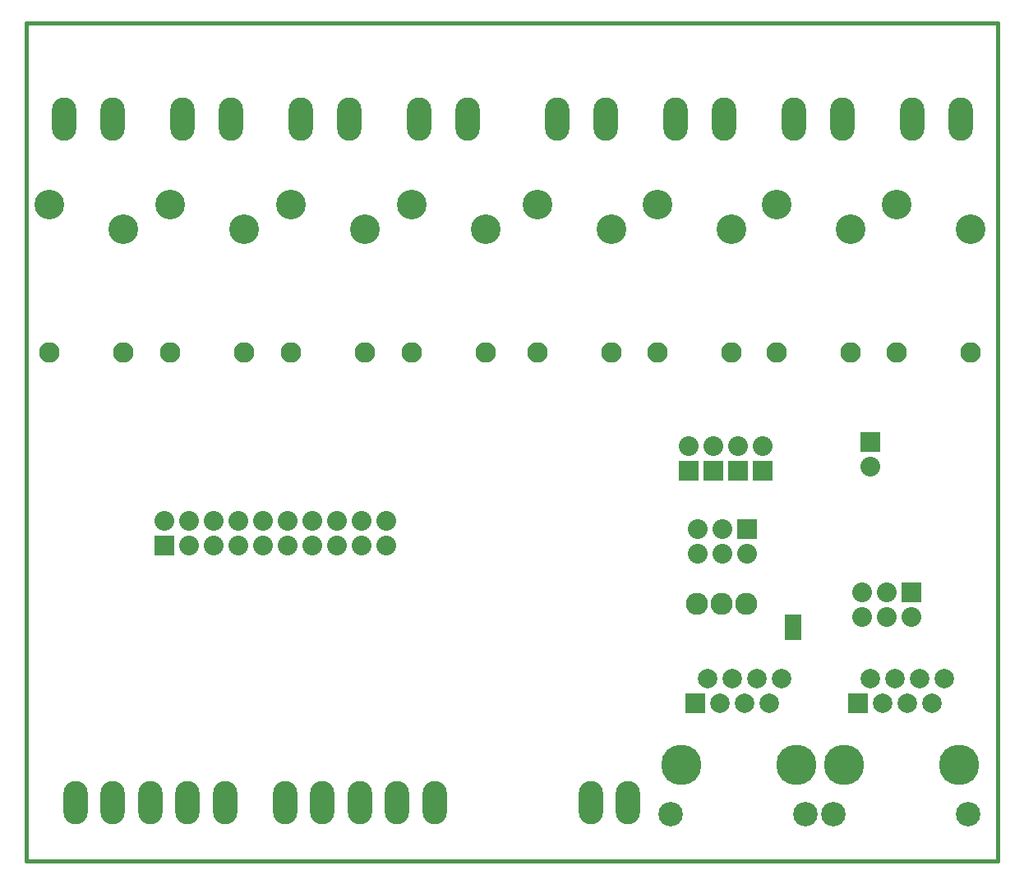
<source format=gbs>
G04 (created by PCBNEW (2013-mar-13)-testing) date mer. 23 oct. 2013 17:58:57 CEST*
%MOIN*%
G04 Gerber Fmt 3.4, Leading zero omitted, Abs format*
%FSLAX34Y34*%
G01*
G70*
G90*
G04 APERTURE LIST*
%ADD10C,0.005906*%
%ADD11C,0.015000*%
%ADD12R,0.080000X0.080000*%
%ADD13C,0.080000*%
%ADD14O,0.098000X0.176000*%
%ADD15C,0.083000*%
%ADD16C,0.120000*%
%ADD17C,0.163700*%
%ADD18R,0.079100X0.079100*%
%ADD19C,0.079100*%
%ADD20C,0.098740*%
%ADD21R,0.070000X0.058000*%
%ADD22C,0.090000*%
G04 APERTURE END LIST*
G54D10*
G54D11*
X71500Y-62000D02*
X110900Y-62000D01*
X71500Y-28000D02*
X110900Y-28000D01*
X110900Y-28000D02*
X110800Y-28000D01*
X110900Y-62000D02*
X110900Y-28000D01*
X71500Y-62000D02*
X71500Y-28000D01*
G54D12*
X77100Y-49200D03*
G54D13*
X77100Y-48200D03*
X78100Y-49200D03*
X78100Y-48200D03*
X79100Y-49200D03*
X79100Y-48200D03*
X80100Y-49200D03*
X80100Y-48200D03*
X81100Y-49200D03*
X81100Y-48200D03*
X82100Y-49200D03*
X82100Y-48200D03*
X83100Y-49200D03*
X83100Y-48200D03*
X84100Y-49200D03*
X84100Y-48200D03*
X85100Y-49200D03*
X85100Y-48200D03*
X86100Y-49200D03*
X86100Y-48200D03*
G54D14*
X82000Y-59645D03*
X83515Y-59645D03*
X85031Y-59645D03*
X86547Y-59645D03*
X88062Y-59645D03*
X73500Y-59645D03*
X75015Y-59645D03*
X76531Y-59645D03*
X78047Y-59645D03*
X79562Y-59645D03*
G54D12*
X107400Y-51112D03*
G54D13*
X107400Y-52112D03*
X106400Y-51112D03*
X106400Y-52112D03*
X105400Y-51112D03*
X105400Y-52112D03*
G54D12*
X101375Y-46175D03*
G54D13*
X101375Y-45175D03*
G54D12*
X100375Y-46175D03*
G54D13*
X100375Y-45175D03*
G54D12*
X98375Y-46175D03*
G54D13*
X98375Y-45175D03*
G54D12*
X105725Y-45000D03*
G54D13*
X105725Y-46000D03*
G54D12*
X99375Y-46175D03*
G54D13*
X99375Y-45175D03*
G54D12*
X100725Y-48525D03*
G54D13*
X100725Y-49525D03*
X99725Y-48525D03*
X99725Y-49525D03*
X98725Y-48525D03*
X98725Y-49525D03*
G54D14*
X94400Y-59645D03*
X95915Y-59645D03*
G54D15*
X72450Y-41350D03*
X75442Y-41350D03*
G54D16*
X75442Y-36350D03*
X72450Y-35350D03*
G54D15*
X77350Y-41350D03*
X80342Y-41350D03*
G54D16*
X80342Y-36350D03*
X77350Y-35350D03*
G54D15*
X82250Y-41350D03*
X85242Y-41350D03*
G54D16*
X85242Y-36350D03*
X82250Y-35350D03*
G54D15*
X87150Y-41350D03*
X90142Y-41350D03*
G54D16*
X90142Y-36350D03*
X87150Y-35350D03*
G54D14*
X74990Y-31889D03*
X73020Y-31889D03*
X79790Y-31889D03*
X77820Y-31889D03*
X84590Y-31889D03*
X82620Y-31889D03*
X89390Y-31889D03*
X87420Y-31889D03*
X94990Y-31889D03*
X93020Y-31889D03*
X99790Y-31889D03*
X97820Y-31889D03*
X104590Y-31889D03*
X102620Y-31889D03*
X109390Y-31889D03*
X107420Y-31889D03*
G54D15*
X106800Y-41350D03*
X109792Y-41350D03*
G54D16*
X109792Y-36350D03*
X106800Y-35350D03*
G54D15*
X101950Y-41350D03*
X104942Y-41350D03*
G54D16*
X104942Y-36350D03*
X101950Y-35350D03*
G54D15*
X97100Y-41350D03*
X100092Y-41350D03*
G54D16*
X100092Y-36350D03*
X97100Y-35350D03*
G54D15*
X92250Y-41350D03*
X95242Y-41350D03*
G54D16*
X95242Y-36350D03*
X92250Y-35350D03*
G54D17*
X102738Y-58112D03*
X98065Y-58112D03*
G54D18*
X98650Y-55612D03*
G54D19*
X99150Y-54612D03*
X99650Y-55612D03*
X100150Y-54612D03*
X100650Y-55612D03*
X101150Y-54612D03*
X101650Y-55612D03*
X102150Y-54612D03*
G54D20*
X97650Y-60112D03*
X103100Y-60112D03*
G54D17*
X109338Y-58112D03*
X104665Y-58112D03*
G54D18*
X105250Y-55612D03*
G54D19*
X105750Y-54612D03*
X106250Y-55612D03*
X106750Y-54612D03*
X107250Y-55612D03*
X107750Y-54612D03*
X108250Y-55612D03*
X108750Y-54612D03*
G54D20*
X104250Y-60112D03*
X109700Y-60112D03*
G54D21*
X102600Y-52250D03*
X102600Y-52750D03*
G54D22*
X98700Y-51575D03*
X99700Y-51575D03*
X100700Y-51575D03*
M02*

</source>
